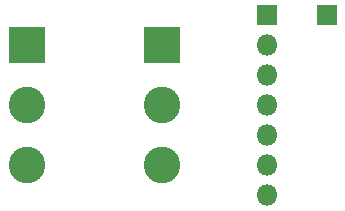
<source format=gbr>
%TF.GenerationSoftware,KiCad,Pcbnew,(5.1.6)-1*%
%TF.CreationDate,2020-08-25T13:52:19-04:00*%
%TF.ProjectId,PayloadPowerBoard,5061796c-6f61-4645-906f-776572426f61,rev?*%
%TF.SameCoordinates,Original*%
%TF.FileFunction,Soldermask,Bot*%
%TF.FilePolarity,Negative*%
%FSLAX46Y46*%
G04 Gerber Fmt 4.6, Leading zero omitted, Abs format (unit mm)*
G04 Created by KiCad (PCBNEW (5.1.6)-1) date 2020-08-25 13:52:19*
%MOMM*%
%LPD*%
G01*
G04 APERTURE LIST*
%ADD10O,1.800000X1.800000*%
%ADD11R,1.800000X1.800000*%
%ADD12C,3.100000*%
%ADD13R,3.100000X3.100000*%
G04 APERTURE END LIST*
D10*
%TO.C,Sensor*%
X78740000Y-96520000D03*
X78740000Y-93980000D03*
X78740000Y-91440000D03*
X78740000Y-88900000D03*
X78740000Y-86360000D03*
X78740000Y-83820000D03*
D11*
X78740000Y-81280000D03*
%TD*%
%TO.C,3.3V*%
X83820000Y-81280000D03*
%TD*%
D12*
%TO.C,STM32*%
X58420000Y-93980000D03*
X58420000Y-88900000D03*
D13*
X58420000Y-83820000D03*
%TD*%
D12*
%TO.C,Pi*%
X69850000Y-93980000D03*
X69850000Y-88900000D03*
D13*
X69850000Y-83820000D03*
%TD*%
M02*

</source>
